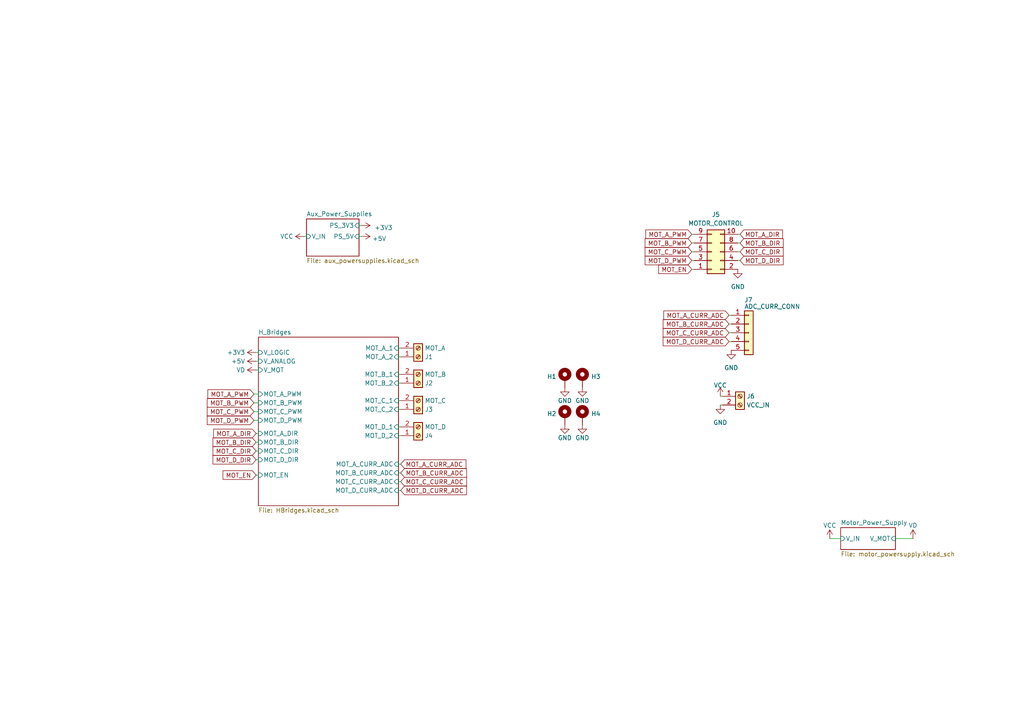
<source format=kicad_sch>
(kicad_sch (version 20230121) (generator eeschema)
  (paper "A4")
  (title_block (title "Motor Driver Board") (date "2023-04-06") (rev "V1.0") (comment 1 "Zuzanna Kunikowska") (comment 2 "Mateusz Wójcik"))
  (lib_symbols
    (symbol "Connector:Screw_Terminal_01x02" (pin_names (offset 1.016) hide)
      (property "Reference" "J" (at 0 2.54 0))
      (property "Value" "Screw_Terminal_01x02" (at 0 -5.08 0))
      (symbol "Screw_Terminal_01x02_1_1"
        (rectangle (start -1.27 1.27) (end 1.27 -3.81) (stroke (width 0.254)) (fill (type background)))
        (circle (center 0 -2.54) (radius 0.635) (stroke (width 0.1524)))
        (polyline (pts (xy -0.5334 -2.2098) (xy 0.3302 -3.048)) (stroke (width 0.1524)))
        (polyline (pts (xy -0.5334 0.3302) (xy 0.3302 -0.508)) (stroke (width 0.1524)))
        (polyline (pts (xy -0.3556 -2.032) (xy 0.508 -2.8702)) (stroke (width 0.1524)))
        (polyline (pts (xy -0.3556 0.508) (xy 0.508 -0.3302)) (stroke (width 0.1524)))
        (circle (center 0 0) (radius 0.635) (stroke (width 0.1524)))
        (pin passive line (at -5.08 0 0) (length 3.81) (name "Pin_1") (number "1"))
        (pin passive line (at -5.08 -2.54 0) (length 3.81) (name "Pin_2") (number "2"))
      )
    )
    (symbol "Connector_Generic:Conn_01x05" (pin_names (offset 1.016) hide)
      (property "Reference" "J" (at 0 7.62 0))
      (property "Value" "Conn_01x05" (at 0 -7.62 0))
      (symbol "Conn_01x05_1_1"
        (rectangle (start -1.27 -4.953) (end 0 -5.207) (stroke (width 0.1524)))
        (rectangle (start -1.27 -2.413) (end 0 -2.667) (stroke (width 0.1524)))
        (rectangle (start -1.27 0.127) (end 0 -0.127) (stroke (width 0.1524)))
        (rectangle (start -1.27 2.667) (end 0 2.413) (stroke (width 0.1524)))
        (rectangle (start -1.27 5.207) (end 0 4.953) (stroke (width 0.1524)))
        (rectangle (start -1.27 6.35) (end 1.27 -6.35) (stroke (width 0.254)) (fill (type background)))
        (pin passive line (at -5.08 5.08 0) (length 3.81) (name "Pin_1") (number "1"))
        (pin passive line (at -5.08 2.54 0) (length 3.81) (name "Pin_2") (number "2"))
        (pin passive line (at -5.08 0 0) (length 3.81) (name "Pin_3") (number "3"))
        (pin passive line (at -5.08 -2.54 0) (length 3.81) (name "Pin_4") (number "4"))
        (pin passive line (at -5.08 -5.08 0) (length 3.81) (name "Pin_5") (number "5"))
      )
    )
    (symbol "Connector_Generic:Conn_02x05_Odd_Even" (pin_names (offset 1.016) hide)
      (property "Reference" "J" (at 1.27 7.62 0))
      (property "Value" "Conn_02x05_Odd_Even" (at 1.27 -7.62 0))
      (symbol "Conn_02x05_Odd_Even_1_1"
        (rectangle (start -1.27 -4.953) (end 0 -5.207) (stroke (width 0.1524)))
        (rectangle (start -1.27 -2.413) (end 0 -2.667) (stroke (width 0.1524)))
        (rectangle (start -1.27 0.127) (end 0 -0.127) (stroke (width 0.1524)))
        (rectangle (start -1.27 2.667) (end 0 2.413) (stroke (width 0.1524)))
        (rectangle (start -1.27 5.207) (end 0 4.953) (stroke (width 0.1524)))
        (rectangle (start -1.27 6.35) (end 3.81 -6.35) (stroke (width 0.254)) (fill (type background)))
        (rectangle (start 3.81 -4.953) (end 2.54 -5.207) (stroke (width 0.1524)))
        (rectangle (start 3.81 -2.413) (end 2.54 -2.667) (stroke (width 0.1524)))
        (rectangle (start 3.81 0.127) (end 2.54 -0.127) (stroke (width 0.1524)))
        (rectangle (start 3.81 2.667) (end 2.54 2.413) (stroke (width 0.1524)))
        (rectangle (start 3.81 5.207) (end 2.54 4.953) (stroke (width 0.1524)))
        (pin passive line (at -5.08 5.08 0) (length 3.81) (name "Pin_1") (number "1"))
        (pin passive line (at 7.62 -5.08 180) (length 3.81) (name "Pin_10") (number "10"))
        (pin passive line (at 7.62 5.08 180) (length 3.81) (name "Pin_2") (number "2"))
        (pin passive line (at -5.08 2.54 0) (length 3.81) (name "Pin_3") (number "3"))
        (pin passive line (at 7.62 2.54 180) (length 3.81) (name "Pin_4") (number "4"))
        (pin passive line (at -5.08 0 0) (length 3.81) (name "Pin_5") (number "5"))
        (pin passive line (at 7.62 0 180) (length 3.81) (name "Pin_6") (number "6"))
        (pin passive line (at -5.08 -2.54 0) (length 3.81) (name "Pin_7") (number "7"))
        (pin passive line (at 7.62 -2.54 180) (length 3.81) (name "Pin_8") (number "8"))
        (pin passive line (at -5.08 -5.08 0) (length 3.81) (name "Pin_9") (number "9"))
      )
    )
    (symbol "Mechanical:MountingHole_Pad" (pin_numbers hide) (pin_names (offset 1.016) hide)
      (property "Reference" "H" (at 0 6.35 0))
      (property "Value" "MountingHole_Pad" (at 0 4.445 0))
      (symbol "MountingHole_Pad_0_1"
        (circle (center 0 1.27) (radius 1.27) (stroke (width 1.27)))
      )
      (symbol "MountingHole_Pad_1_1"
        (pin input line (at 0 -2.54 90) (length 2.54) (name "1") (number "1"))
      )
    )
    (symbol "power:+3V3" (power) (pin_names (offset 0))
      (property "Value" "+3V3" (at 0 3.556 0))
      (symbol "+3V3_0_1"
        (polyline (pts (xy -0.762 1.27) (xy 0 2.54)))
        (polyline (pts (xy 0 0) (xy 0 2.54)))
        (polyline (pts (xy 0 2.54) (xy 0.762 1.27)))
      )
      (symbol "+3V3_1_1"
        (pin power_in line (at 0 0 90) (length 0) hide (name "+3V3") (number "1"))
      )
    )
    (symbol "power:+5V" (power) (pin_names (offset 0))
      (property "Value" "+5V" (at 0 3.556 0))
      (symbol "+5V_0_1"
        (polyline (pts (xy -0.762 1.27) (xy 0 2.54)))
        (polyline (pts (xy 0 0) (xy 0 2.54)))
        (polyline (pts (xy 0 2.54) (xy 0.762 1.27)))
      )
      (symbol "+5V_1_1"
        (pin power_in line (at 0 0 90) (length 0) hide (name "+5V") (number "1"))
      )
    )
    (symbol "power:GND" (power) (pin_names (offset 0))
      (property "Value" "GND" (at 0 -3.81 0))
      (symbol "GND_0_1"
        (polyline (pts (xy 0 0) (xy 0 -1.27) (xy 1.27 -1.27) (xy 0 -2.54) (xy -1.27 -1.27) (xy 0 -1.27)))
      )
      (symbol "GND_1_1"
        (pin power_in line (at 0 0 270) (length 0) hide (name "GND") (number "1"))
      )
    )
    (symbol "power:VCC" (power) (pin_names (offset 0))
      (property "Value" "VCC" (at 0 3.81 0))
      (symbol "VCC_0_1"
        (polyline (pts (xy -0.762 1.27) (xy 0 2.54)))
        (polyline (pts (xy 0 0) (xy 0 2.54)))
        (polyline (pts (xy 0 2.54) (xy 0.762 1.27)))
      )
      (symbol "VCC_1_1"
        (pin power_in line (at 0 0 90) (length 0) hide (name "VCC") (number "1"))
      )
    )
    (symbol "power:VD" (power) (pin_names (offset 0))
      (property "Value" "VD" (at 0 3.81 0))
      (symbol "VD_0_1"
        (polyline (pts (xy -0.762 1.27) (xy 0 2.54)))
        (polyline (pts (xy 0 0) (xy 0 2.54)))
        (polyline (pts (xy 0 2.54) (xy 0.762 1.27)))
      )
      (symbol "VD_1_1"
        (pin power_in line (at 0 0 90) (length 0) hide (name "VD") (number "1"))
      )
    )
  )
  (wire (pts (xy 200.66 70.485) (xy 201.295 70.485)))
  (wire (pts (xy 88.265 68.58) (xy 88.9 68.58)))
  (wire (pts (xy 208.915 114.935) (xy 209.55 114.935)))
  (wire (pts (xy 200.66 75.565) (xy 201.295 75.565)))
  (wire (pts (xy 74.295 125.73) (xy 74.93 125.73)))
  (wire (pts (xy 74.295 137.795) (xy 74.93 137.795)))
  (wire (pts (xy 211.455 96.52) (xy 212.09 96.52)))
  (wire (pts (xy 115.57 111.125) (xy 116.205 111.125)))
  (wire (pts (xy 74.295 128.27) (xy 74.93 128.27)))
  (wire (pts (xy 74.295 133.35) (xy 74.93 133.35)))
  (wire (pts (xy 211.455 99.06) (xy 212.09 99.06)))
  (wire (pts (xy 115.57 116.205) (xy 116.205 116.205)))
  (wire (pts (xy 115.57 139.7) (xy 116.205 139.7)))
  (wire (pts (xy 116.205 100.965) (xy 115.57 100.965)))
  (wire (pts (xy 214.63 75.565) (xy 213.995 75.565)))
  (wire (pts (xy 214.63 67.945) (xy 213.995 67.945)))
  (wire (pts (xy 74.295 107.315) (xy 74.93 107.315)))
  (wire (pts (xy 115.57 142.24) (xy 116.205 142.24)))
  (wire (pts (xy 208.915 117.475) (xy 209.55 117.475)))
  (wire (pts (xy 73.66 114.3) (xy 74.93 114.3)))
  (wire (pts (xy 214.63 70.485) (xy 213.995 70.485)))
  (wire (pts (xy 115.57 137.16) (xy 116.205 137.16)))
  (wire (pts (xy 214.63 73.025) (xy 213.995 73.025)))
  (wire (pts (xy 115.57 123.825) (xy 116.205 123.825)))
  (wire (pts (xy 74.295 104.775) (xy 74.93 104.775)))
  (wire (pts (xy 115.57 118.745) (xy 116.205 118.745)))
  (wire (pts (xy 211.455 93.98) (xy 212.09 93.98)))
  (wire (pts (xy 74.295 102.235) (xy 74.93 102.235)))
  (wire (pts (xy 73.66 121.92) (xy 74.93 121.92)))
  (wire (pts (xy 104.14 68.58) (xy 104.775 68.58)))
  (wire (pts (xy 200.66 73.025) (xy 201.295 73.025)))
  (wire (pts (xy 115.57 108.585) (xy 116.205 108.585)))
  (wire (pts (xy 104.14 65.405) (xy 104.775 65.405)))
  (wire (pts (xy 200.66 67.945) (xy 201.295 67.945)))
  (wire (pts (xy 115.57 126.365) (xy 116.205 126.365)))
  (wire (pts (xy 74.295 130.81) (xy 74.93 130.81)))
  (wire (pts (xy 259.715 156.21) (xy 264.795 156.21)))
  (wire (pts (xy 73.66 116.84) (xy 74.93 116.84)))
  (wire (pts (xy 115.57 103.505) (xy 116.205 103.505)))
  (wire (pts (xy 240.665 156.21) (xy 243.84 156.21)))
  (wire (pts (xy 211.455 91.44) (xy 212.09 91.44)))
  (wire (pts (xy 73.66 119.38) (xy 74.93 119.38)))
  (wire (pts (xy 200.66 78.105) (xy 201.295 78.105)))
  (wire (pts (xy 115.57 134.62) (xy 116.205 134.62)))
  (global_label "MOT_A_CURR_ADC" (shape input) (at 211.455 91.44 180) (property "Intersheetrefs" "${INTERSHEET_REFS}" (effects hide)))
  (global_label "MOT_B_CURR_ADC" (shape input) (at 211.455 93.98 180) (property "Intersheetrefs" "${INTERSHEET_REFS}" (effects hide)))
  (global_label "MOT_A_DIR" (shape input) (at 74.295 125.73 180) (property "Intersheetrefs" "${INTERSHEET_REFS}" (effects hide)))
  (global_label "MOT_EN" (shape input) (at 200.66 78.105 180) (property "Intersheetrefs" "${INTERSHEET_REFS}" (effects hide)))
  (global_label "MOT_B_DIR" (shape input) (at 74.295 128.27 180) (property "Intersheetrefs" "${INTERSHEET_REFS}" (effects hide)))
  (global_label "MOT_C_DIR" (shape input) (at 74.295 130.81 180) (property "Intersheetrefs" "${INTERSHEET_REFS}" (effects hide)))
  (global_label "MOT_D_DIR" (shape input) (at 74.295 133.35 180) (property "Intersheetrefs" "${INTERSHEET_REFS}" (effects hide)))
  (global_label "MOT_D_PWM" (shape input) (at 200.66 75.565 180) (property "Intersheetrefs" "${INTERSHEET_REFS}" (effects hide)))
  (global_label "MOT_D_DIR" (shape input) (at 214.63 75.565 0) (property "Intersheetrefs" "${INTERSHEET_REFS}" (effects hide)))
  (global_label "MOT_B_DIR" (shape input) (at 214.63 70.485 0) (property "Intersheetrefs" "${INTERSHEET_REFS}" (effects hide)))
  (global_label "MOT_C_CURR_ADC" (shape input) (at 211.455 96.52 180) (property "Intersheetrefs" "${INTERSHEET_REFS}" (effects hide)))
  (global_label "MOT_D_CURR_ADC" (shape input) (at 116.205 142.24 0) (property "Intersheetrefs" "${INTERSHEET_REFS}" (effects hide)))
  (global_label "MOT_C_DIR" (shape input) (at 214.63 73.025 0) (property "Intersheetrefs" "${INTERSHEET_REFS}" (effects hide)))
  (global_label "MOT_B_CURR_ADC" (shape input) (at 116.205 137.16 0) (property "Intersheetrefs" "${INTERSHEET_REFS}" (effects hide)))
  (global_label "MOT_D_PWM" (shape input) (at 73.66 121.92 180) (property "Intersheetrefs" "${INTERSHEET_REFS}" (effects hide)))
  (global_label "MOT_C_PWM" (shape input) (at 73.66 119.38 180) (property "Intersheetrefs" "${INTERSHEET_REFS}" (effects hide)))
  (global_label "MOT_A_PWM" (shape input) (at 200.66 67.945 180) (property "Intersheetrefs" "${INTERSHEET_REFS}" (effects hide)))
  (global_label "MOT_EN" (shape input) (at 74.295 137.795 180) (property "Intersheetrefs" "${INTERSHEET_REFS}" (effects hide)))
  (global_label "MOT_A_PWM" (shape input) (at 73.66 114.3 180) (property "Intersheetrefs" "${INTERSHEET_REFS}" (effects hide)))
  (global_label "MOT_C_PWM" (shape input) (at 200.66 73.025 180) (property "Intersheetrefs" "${INTERSHEET_REFS}" (effects hide)))
  (global_label "MOT_C_CURR_ADC" (shape input) (at 116.205 139.7 0) (property "Intersheetrefs" "${INTERSHEET_REFS}" (effects hide)))
  (global_label "MOT_A_DIR" (shape input) (at 214.63 67.945 0) (property "Intersheetrefs" "${INTERSHEET_REFS}" (effects hide)))
  (global_label "MOT_B_PWM" (shape input) (at 200.66 70.485 180) (property "Intersheetrefs" "${INTERSHEET_REFS}" (effects hide)))
  (global_label "MOT_A_CURR_ADC" (shape input) (at 116.205 134.62 0) (property "Intersheetrefs" "${INTERSHEET_REFS}" (effects hide)))
  (global_label "MOT_B_PWM" (shape input) (at 73.66 116.84 180) (property "Intersheetrefs" "${INTERSHEET_REFS}" (effects hide)))
  (global_label "MOT_D_CURR_ADC" (shape input) (at 211.455 99.06 180) (property "Intersheetrefs" "${INTERSHEET_REFS}" (effects hide)))
  (symbol (lib_id "power:GND") (at 213.995 78.105 0) (unit 1)
    (property "Reference" "#PWR011" (effects hide))
    (property "Value" "GND" (at 213.995 83.185 0))
  )
  (symbol (lib_id "Mechanical:MountingHole_Pad") (at 163.83 109.855 0) (unit 1)
    (property "Reference" "H1" (at 160.02 109.22 0))
    (property "Value" "MH" (effects hide))
    (property "Footprint" "MountingHole:MountingHole_3.2mm_M3_Pad_Via" (effects hide))
  )
  (symbol (lib_id "power:GND") (at 163.83 112.395 0) (unit 1)
    (property "Reference" "#PWR061" (effects hide))
    (property "Value" "GND" (at 163.83 116.205 0))
  )
  (symbol (lib_id "power:GND") (at 168.91 112.395 0) (unit 1)
    (property "Reference" "#PWR063" (effects hide))
    (property "Value" "GND" (at 168.91 116.205 0))
  )
  (symbol (lib_id "Mechanical:MountingHole_Pad") (at 163.83 120.65 0) (unit 1)
    (property "Reference" "H2" (at 160.02 120.015 0))
    (property "Value" "MH" (effects hide))
    (property "Footprint" "MountingHole:MountingHole_3.2mm_M3_Pad_Via" (effects hide))
  )
  (symbol (lib_id "power:VD") (at 74.295 107.315 90) (unit 1)
    (property "Reference" "#PWR03" (effects hide))
    (property "Value" "VD" (at 71.12 107.315 90) (effects (justify left)))
  )
  (symbol (lib_id "power:VCC") (at 208.915 114.935 0) (unit 1)
    (property "Reference" "#PWR08" (effects hide))
    (property "Value" "VCC" (at 208.915 111.76 0))
  )
  (symbol (lib_id "power:GND") (at 212.09 101.6 0) (unit 1)
    (property "Reference" "#PWR010" (effects hide))
    (property "Value" "GND" (at 212.09 106.68 0))
  )
  (symbol (lib_id "power:+5V") (at 74.295 104.775 90) (unit 1)
    (property "Reference" "#PWR02" (effects hide))
    (property "Value" "+5V" (at 71.12 104.775 90) (effects (justify left)))
  )
  (symbol (lib_id "Mechanical:MountingHole_Pad") (at 168.91 109.855 0) (unit 1)
    (property "Reference" "H3" (at 171.45 109.22 0) (effects (justify left)))
    (property "Value" "MH" (effects hide))
    (property "Footprint" "MountingHole:MountingHole_3.2mm_M3_Pad_Via" (effects hide))
  )
  (symbol (lib_id "power:+3V3") (at 104.775 65.405 270) (unit 1)
    (property "Reference" "#PWR05" (effects hide))
    (property "Value" "+3V3" (at 108.585 66.04 90) (effects (justify left)))
  )
  (symbol (lib_id "Connector:Screw_Terminal_01x02") (at 214.63 114.935 0) (unit 1)
    (property "Reference" "J6" (at 216.535 114.935 0) (effects (justify left)))
    (property "Value" "VCC_IN" (at 216.535 117.475 0) (effects (justify left)))
    (property "Footprint" "TerminalBlock_Phoenix:TerminalBlock_Phoenix_MKDS-1,5-2_1x02_P5.00mm_Horizontal" (effects hide))
  )
  (symbol (lib_id "power:GND") (at 163.83 123.19 0) (unit 1)
    (property "Reference" "#PWR062" (effects hide))
    (property "Value" "GND" (at 163.83 127 0))
  )
  (symbol (lib_id "Connector_Generic:Conn_01x05") (at 217.17 96.52 0) (unit 1)
    (property "Reference" "J7" (at 215.9 86.995 0) (effects (justify left)))
    (property "Value" "ADC_CURR_CONN" (at 215.9 88.9 0) (effects (justify left)))
    (property "Footprint" "Connector_JST:JST_XH_B5B-XH-A_1x05_P2.50mm_Vertical" (effects hide))
  )
  (symbol (lib_id "Connector:Screw_Terminal_01x02") (at 121.285 103.505 0) (mirror x) (unit 1)
    (property "Reference" "J1" (at 123.19 103.505 0) (effects (justify left)))
    (property "Value" "MOT_A" (at 123.19 100.965 0) (effects (justify left)))
    (property "Footprint" "TerminalBlock_Phoenix:TerminalBlock_Phoenix_MKDS-1,5-2_1x02_P5.00mm_Horizontal" (effects hide))
  )
  (symbol (lib_id "power:GND") (at 208.915 117.475 0) (unit 1)
    (property "Reference" "#PWR09" (effects hide))
    (property "Value" "GND" (at 208.915 122.555 0))
  )
  (symbol (lib_id "Connector:Screw_Terminal_01x02") (at 121.285 126.365 0) (mirror x) (unit 1)
    (property "Reference" "J4" (at 123.19 126.365 0) (effects (justify left)))
    (property "Value" "MOT_D" (at 123.19 123.825 0) (effects (justify left)))
    (property "Footprint" "TerminalBlock_Phoenix:TerminalBlock_Phoenix_MKDS-1,5-2_1x02_P5.00mm_Horizontal" (effects hide))
  )
  (symbol (lib_id "power:GND") (at 168.91 123.19 0) (unit 1)
    (property "Reference" "#PWR064" (effects hide))
    (property "Value" "GND" (at 168.91 127 0))
  )
  (symbol (lib_id "power:+5V") (at 104.775 68.58 270) (unit 1)
    (property "Reference" "#PWR06" (effects hide))
    (property "Value" "+5V" (at 107.95 69.215 90) (effects (justify left)))
  )
  (symbol (lib_id "power:VCC") (at 240.665 156.21 0) (unit 1)
    (property "Reference" "#PWR07" (effects hide))
    (property "Value" "VCC" (at 240.665 152.4 0))
  )
  (symbol (lib_id "Connector_Generic:Conn_02x05_Odd_Even") (at 206.375 73.025 0) (mirror x) (unit 1)
    (property "Reference" "J5" (at 207.645 62.23 0))
    (property "Value" "MOTOR_CONTROL" (at 207.645 64.77 0))
    (property "Footprint" "Connector_IDC:IDC-Header_2x05_P2.54mm_Vertical" (effects hide))
  )
  (symbol (lib_id "Connector:Screw_Terminal_01x02") (at 121.285 111.125 0) (mirror x) (unit 1)
    (property "Reference" "J2" (at 123.19 111.125 0) (effects (justify left)))
    (property "Value" "MOT_B" (at 123.19 108.585 0) (effects (justify left)))
    (property "Footprint" "TerminalBlock_Phoenix:TerminalBlock_Phoenix_MKDS-1,5-2_1x02_P5.00mm_Horizontal" (effects hide))
  )
  (symbol (lib_id "Connector:Screw_Terminal_01x02") (at 121.285 118.745 0) (mirror x) (unit 1)
    (property "Reference" "J3" (at 123.19 118.745 0) (effects (justify left)))
    (property "Value" "MOT_C" (at 123.19 116.205 0) (effects (justify left)))
    (property "Footprint" "TerminalBlock_Phoenix:TerminalBlock_Phoenix_MKDS-1,5-2_1x02_P5.00mm_Horizontal" (effects hide))
  )
  (symbol (lib_id "power:VCC") (at 88.265 68.58 90) (unit 1)
    (property "Reference" "#PWR04" (effects hide))
    (property "Value" "VCC" (at 85.09 68.58 90) (effects (justify left)))
  )
  (symbol (lib_id "power:VD") (at 264.795 156.21 0) (unit 1)
    (property "Reference" "#PWR012" (effects hide))
    (property "Value" "VD" (at 264.795 152.4 0))
  )
  (symbol (lib_id "power:+3V3") (at 74.295 102.235 90) (unit 1)
    (property "Reference" "#PWR01" (effects hide))
    (property "Value" "+3V3" (at 71.12 102.235 90) (effects (justify left)))
  )
  (symbol (lib_id "Mechanical:MountingHole_Pad") (at 168.91 120.65 0) (unit 1)
    (property "Reference" "H4" (at 171.45 120.015 0) (effects (justify left)))
    (property "Value" "MH" (effects hide))
    (property "Footprint" "MountingHole:MountingHole_3.2mm_M3_Pad_Via" (effects hide))
  )
  (sheet (at 88.9 63.5) (size 15.24 10.795) (stroke (width 0.1524))
    (property "Sheetname" "Aux_Power_Supplies" (at 88.9 62.7884 0) (effects (justify left bottom)))
    (property "Sheetfile" "aux_powersupplies.kicad_sch" (at 88.9 74.8796 0) (effects (justify left top)))
    (pin "PS_5V" input (at 104.14 68.58 0))
    (pin "PS_3V3" input (at 104.14 65.405 0))
    (pin "V_IN" input (at 88.9 68.58 180))
  )
  (sheet (at 243.84 153.035) (size 15.875 6.35) (stroke (width 0.1524))
    (property "Sheetname" "Motor_Power_Supply" (at 243.84 152.3234 0) (effects (justify left bottom)))
    (property "Sheetfile" "motor_powersupply.kicad_sch" (at 243.84 159.9696 0) (effects (justify left top)))
    (pin "V_IN" input (at 243.84 156.21 180))
    (pin "V_MOT" input (at 259.715 156.21 0))
  )
  (sheet (at 74.93 97.79) (size 40.64 48.895) (stroke (width 0.1524))
    (property "Sheetname" "H_Bridges" (at 74.93 97.0784 0) (effects (justify left bottom)))
    (property "Sheetfile" "HBridges.kicad_sch" (at 74.93 147.2696 0) (effects (justify left top)))
    (pin "V_MOT" input (at 74.93 107.315 180))
    (pin "MOT_C_1" input (at 115.57 116.205 0))
    (pin "MOT_A_2" input (at 115.57 103.505 0))
    (pin "MOT_EN" input (at 74.93 137.795 180))
    (pin "MOT_A_DIR" input (at 74.93 125.73 180))
    (pin "MOT_A_PWM" input (at 74.93 114.3 180))
    (pin "V_LOGIC" input (at 74.93 102.235 180))
    (pin "MOT_C_PWM" input (at 74.93 119.38 180))
    (pin "MOT_C_DIR" input (at 74.93 130.81 180))
    (pin "MOT_C_2" input (at 115.57 118.745 0))
    (pin "MOT_B_PWM" input (at 74.93 116.84 180))
    (pin "MOT_B_1" input (at 115.57 108.585 0))
    (pin "MOT_B_CURR_ADC" input (at 115.57 137.16 0))
    (pin "V_ANALOG" input (at 74.93 104.775 180))
    (pin "MOT_D_CURR_ADC" input (at 115.57 142.24 0))
    (pin "MOT_C_CURR_ADC" input (at 115.57 139.7 0))
    (pin "MOT_A_CURR_ADC" input (at 115.57 134.62 0))
    (pin "MOT_B_2" input (at 115.57 111.125 0))
    (pin "MOT_D_2" input (at 115.57 126.365 0))
    (pin "MOT_D_DIR" input (at 74.93 133.35 180))
    (pin "MOT_D_PWM" input (at 74.93 121.92 180))
    (pin "MOT_B_DIR" input (at 74.93 128.27 180))
    (pin "MOT_D_1" input (at 115.57 123.825 0))
    (pin "MOT_A_1" input (at 115.57 100.965 0))
  )
)
</source>
